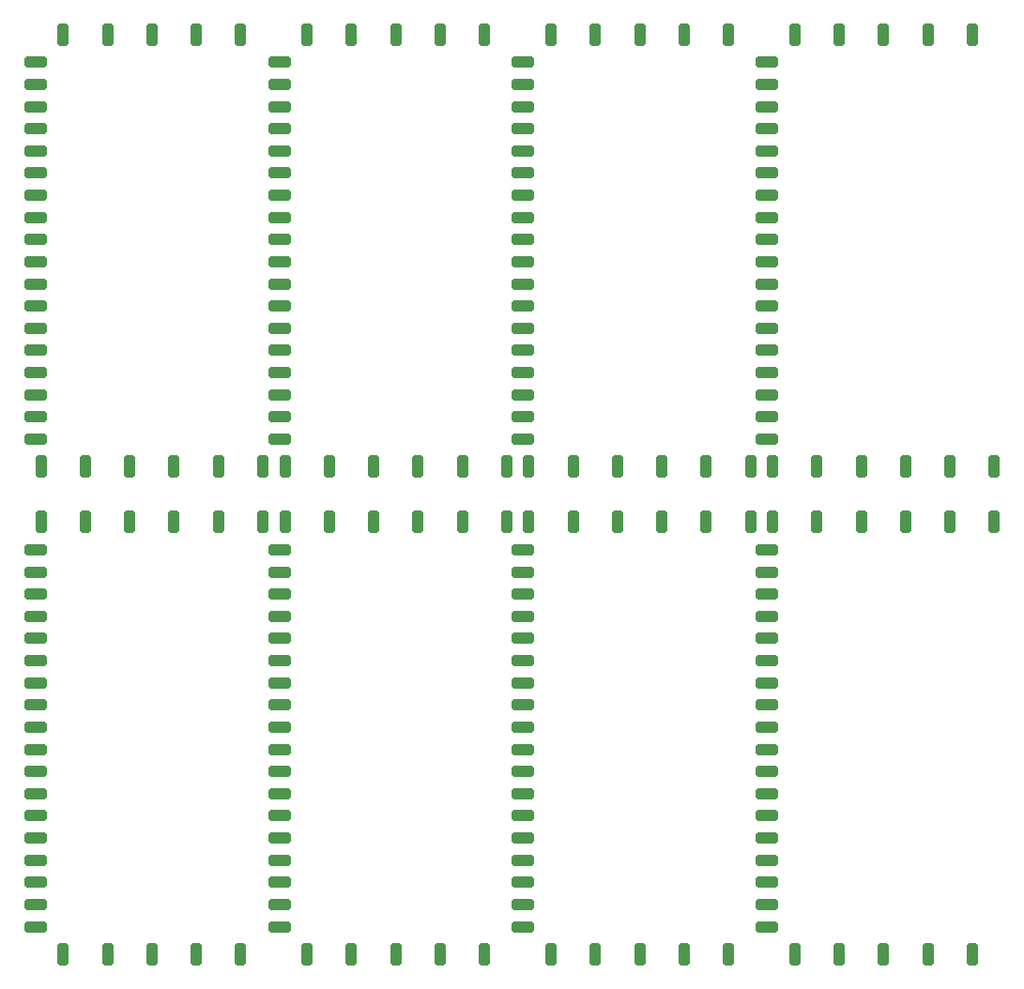
<source format=gbs>
G04 #@! TF.GenerationSoftware,KiCad,Pcbnew,(6.0.2-0)*
G04 #@! TF.CreationDate,2022-05-19T22:51:58+02:00*
G04 #@! TF.ProjectId,nixie,6e697869-652e-46b6-9963-61645f706362,rev?*
G04 #@! TF.SameCoordinates,Original*
G04 #@! TF.FileFunction,Soldermask,Bot*
G04 #@! TF.FilePolarity,Negative*
%FSLAX46Y46*%
G04 Gerber Fmt 4.6, Leading zero omitted, Abs format (unit mm)*
G04 Created by KiCad (PCBNEW (6.0.2-0)) date 2022-05-19 22:51:58*
%MOMM*%
%LPD*%
G01*
G04 APERTURE LIST*
G04 Aperture macros list*
%AMRoundRect*
0 Rectangle with rounded corners*
0 $1 Rounding radius*
0 $2 $3 $4 $5 $6 $7 $8 $9 X,Y pos of 4 corners*
0 Add a 4 corners polygon primitive as box body*
4,1,4,$2,$3,$4,$5,$6,$7,$8,$9,$2,$3,0*
0 Add four circle primitives for the rounded corners*
1,1,$1+$1,$2,$3*
1,1,$1+$1,$4,$5*
1,1,$1+$1,$6,$7*
1,1,$1+$1,$8,$9*
0 Add four rect primitives between the rounded corners*
20,1,$1+$1,$2,$3,$4,$5,0*
20,1,$1+$1,$4,$5,$6,$7,0*
20,1,$1+$1,$6,$7,$8,$9,0*
20,1,$1+$1,$8,$9,$2,$3,0*%
G04 Aperture macros list end*
%ADD10RoundRect,0.250000X-0.250000X0.750000X-0.250000X-0.750000X0.250000X-0.750000X0.250000X0.750000X0*%
%ADD11RoundRect,0.250000X0.750000X0.250000X-0.750000X0.250000X-0.750000X-0.250000X0.750000X-0.250000X0*%
%ADD12RoundRect,0.250000X0.250000X-0.750000X0.250000X0.750000X-0.250000X0.750000X-0.250000X-0.750000X0*%
G04 APERTURE END LIST*
D10*
G04 #@! TO.C,CP4*
X138500000Y-114500000D03*
G04 #@! TD*
G04 #@! TO.C,CP34*
X128500000Y-75500000D03*
G04 #@! TD*
G04 #@! TO.C,CP38*
X104500000Y-114500000D03*
G04 #@! TD*
D11*
G04 #@! TO.C,CP72*
X140000000Y-112000000D03*
G04 #@! TD*
G04 #@! TO.C,CP111*
X118000000Y-136000000D03*
G04 #@! TD*
D10*
G04 #@! TO.C,CP63*
X118500000Y-119500000D03*
G04 #@! TD*
D11*
G04 #@! TO.C,CP110*
X96000000Y-98000000D03*
G04 #@! TD*
D10*
G04 #@! TO.C,CP24*
X154500000Y-75500000D03*
G04 #@! TD*
G04 #@! TO.C,CP58*
X120500000Y-75500000D03*
G04 #@! TD*
G04 #@! TO.C,CP31*
X106500000Y-158500000D03*
G04 #@! TD*
D11*
G04 #@! TO.C,CP102*
X140000000Y-102000000D03*
G04 #@! TD*
G04 #@! TO.C,CP130*
X118000000Y-92000000D03*
G04 #@! TD*
G04 #@! TO.C,CP220*
X162000000Y-90000000D03*
G04 #@! TD*
G04 #@! TO.C,CP232*
X162000000Y-78000000D03*
G04 #@! TD*
G04 #@! TO.C,CP100*
X118000000Y-102000000D03*
G04 #@! TD*
G04 #@! TO.C,CP114*
X140000000Y-98000000D03*
G04 #@! TD*
D10*
G04 #@! TO.C,CP10*
X136500000Y-75500000D03*
G04 #@! TD*
D11*
G04 #@! TO.C,CP167*
X140000000Y-154000000D03*
G04 #@! TD*
G04 #@! TO.C,CP122*
X96000000Y-94000000D03*
G04 #@! TD*
G04 #@! TO.C,CP104*
X96000000Y-100000000D03*
G04 #@! TD*
G04 #@! TO.C,CP174*
X140000000Y-78000000D03*
G04 #@! TD*
D10*
G04 #@! TO.C,CP56*
X98500000Y-75500000D03*
G04 #@! TD*
G04 #@! TO.C,CP11*
X158500000Y-158500000D03*
G04 #@! TD*
G04 #@! TO.C,CP60*
X142500000Y-75500000D03*
G04 #@! TD*
D11*
G04 #@! TO.C,CP214*
X162000000Y-96000000D03*
G04 #@! TD*
G04 #@! TO.C,CP159*
X118000000Y-152000000D03*
G04 #@! TD*
G04 #@! TO.C,CP85*
X96000000Y-128000000D03*
G04 #@! TD*
G04 #@! TO.C,CP105*
X118000000Y-134000000D03*
G04 #@! TD*
G04 #@! TO.C,CP116*
X96000000Y-96000000D03*
G04 #@! TD*
D10*
G04 #@! TO.C,CP186*
X172500000Y-75500000D03*
G04 #@! TD*
G04 #@! TO.C,CP46*
X124500000Y-75500000D03*
G04 #@! TD*
D11*
G04 #@! TO.C,CP203*
X162000000Y-128000000D03*
G04 #@! TD*
G04 #@! TO.C,CP141*
X118000000Y-146000000D03*
G04 #@! TD*
G04 #@! TO.C,CP97*
X96000000Y-132000000D03*
G04 #@! TD*
G04 #@! TO.C,CP204*
X162000000Y-106000000D03*
G04 #@! TD*
G04 #@! TO.C,CP155*
X140000000Y-150000000D03*
G04 #@! TD*
G04 #@! TO.C,CP79*
X96000000Y-126000000D03*
G04 #@! TD*
G04 #@! TO.C,CP124*
X118000000Y-94000000D03*
G04 #@! TD*
D10*
G04 #@! TO.C,CP66*
X140500000Y-114500000D03*
G04 #@! TD*
D12*
G04 #@! TO.C,CP2*
X116500000Y-114500000D03*
G04 #@! TD*
D11*
G04 #@! TO.C,CP229*
X162000000Y-154000000D03*
G04 #@! TD*
G04 #@! TO.C,CP77*
X140000000Y-124000000D03*
G04 #@! TD*
D10*
G04 #@! TO.C,CP59*
X142500000Y-158500000D03*
G04 #@! TD*
G04 #@! TO.C,CP33*
X128500000Y-158500000D03*
G04 #@! TD*
G04 #@! TO.C,CP51*
X122500000Y-119500000D03*
G04 #@! TD*
D11*
G04 #@! TO.C,CP149*
X140000000Y-148000000D03*
G04 #@! TD*
G04 #@! TO.C,CP216*
X162000000Y-94000000D03*
G04 #@! TD*
D10*
G04 #@! TO.C,CP5*
X160500000Y-119500000D03*
G04 #@! TD*
G04 #@! TO.C,CP18*
X156500000Y-114500000D03*
G04 #@! TD*
G04 #@! TO.C,CP62*
X96500000Y-114500000D03*
G04 #@! TD*
G04 #@! TO.C,CP64*
X118500000Y-114500000D03*
G04 #@! TD*
D11*
G04 #@! TO.C,CP215*
X162000000Y-140000000D03*
G04 #@! TD*
G04 #@! TO.C,CP205*
X162000000Y-130000000D03*
G04 #@! TD*
D10*
G04 #@! TO.C,CP15*
X134500000Y-119500000D03*
G04 #@! TD*
D11*
G04 #@! TO.C,CP198*
X162000000Y-112000000D03*
G04 #@! TD*
D10*
G04 #@! TO.C,CP178*
X180500000Y-75500000D03*
G04 #@! TD*
D11*
G04 #@! TO.C,CP144*
X140000000Y-88000000D03*
G04 #@! TD*
G04 #@! TO.C,CP109*
X96000000Y-136000000D03*
G04 #@! TD*
D10*
G04 #@! TO.C,CP183*
X174500000Y-119500000D03*
G04 #@! TD*
D11*
G04 #@! TO.C,CP173*
X140000000Y-156000000D03*
G04 #@! TD*
D10*
G04 #@! TO.C,CP19*
X110500000Y-158500000D03*
G04 #@! TD*
D11*
G04 #@! TO.C,CP231*
X162000000Y-156000000D03*
G04 #@! TD*
D10*
G04 #@! TO.C,CP47*
X146500000Y-158500000D03*
G04 #@! TD*
G04 #@! TO.C,CP176*
X182500000Y-114500000D03*
G04 #@! TD*
D11*
G04 #@! TO.C,CP127*
X96000000Y-142000000D03*
G04 #@! TD*
G04 #@! TO.C,CP218*
X162000000Y-92000000D03*
G04 #@! TD*
G04 #@! TO.C,CP226*
X162000000Y-84000000D03*
G04 #@! TD*
G04 #@! TO.C,CP115*
X96000000Y-138000000D03*
G04 #@! TD*
D10*
G04 #@! TO.C,CP16*
X134500000Y-114500000D03*
G04 #@! TD*
G04 #@! TO.C,CP13*
X112500000Y-119500000D03*
G04 #@! TD*
D11*
G04 #@! TO.C,CP210*
X162000000Y-100000000D03*
G04 #@! TD*
D10*
G04 #@! TO.C,CP188*
X170500000Y-114500000D03*
G04 #@! TD*
D11*
G04 #@! TO.C,CP86*
X96000000Y-106000000D03*
G04 #@! TD*
D10*
G04 #@! TO.C,CP28*
X130500000Y-114500000D03*
G04 #@! TD*
D11*
G04 #@! TO.C,CP139*
X96000000Y-146000000D03*
G04 #@! TD*
G04 #@! TO.C,CP201*
X162000000Y-126000000D03*
G04 #@! TD*
G04 #@! TO.C,CP118*
X118000000Y-96000000D03*
G04 #@! TD*
D10*
G04 #@! TO.C,CP7*
X114500000Y-158500000D03*
G04 #@! TD*
D11*
G04 #@! TO.C,CP74*
X96000000Y-110000000D03*
G04 #@! TD*
G04 #@! TO.C,CP69*
X118000000Y-122000000D03*
G04 #@! TD*
G04 #@! TO.C,CP75*
X118000000Y-124000000D03*
G04 #@! TD*
G04 #@! TO.C,CP96*
X140000000Y-104000000D03*
G04 #@! TD*
D10*
G04 #@! TO.C,CP194*
X164500000Y-75500000D03*
G04 #@! TD*
D11*
G04 #@! TO.C,CP117*
X118000000Y-138000000D03*
G04 #@! TD*
G04 #@! TO.C,CP138*
X140000000Y-90000000D03*
G04 #@! TD*
G04 #@! TO.C,CP223*
X162000000Y-148000000D03*
G04 #@! TD*
G04 #@! TO.C,CP145*
X96000000Y-148000000D03*
G04 #@! TD*
G04 #@! TO.C,CP199*
X162000000Y-124000000D03*
G04 #@! TD*
G04 #@! TO.C,CP172*
X118000000Y-78000000D03*
G04 #@! TD*
G04 #@! TO.C,CP125*
X140000000Y-140000000D03*
G04 #@! TD*
G04 #@! TO.C,CP67*
X96000000Y-122000000D03*
G04 #@! TD*
G04 #@! TO.C,CP121*
X96000000Y-140000000D03*
G04 #@! TD*
G04 #@! TO.C,CP153*
X118000000Y-150000000D03*
G04 #@! TD*
D10*
G04 #@! TO.C,CP189*
X168500000Y-158500000D03*
G04 #@! TD*
G04 #@! TO.C,CP40*
X126500000Y-114500000D03*
G04 #@! TD*
G04 #@! TO.C,CP55*
X98500000Y-158500000D03*
G04 #@! TD*
D11*
G04 #@! TO.C,CP140*
X96000000Y-88000000D03*
G04 #@! TD*
G04 #@! TO.C,CP160*
X118000000Y-82000000D03*
G04 #@! TD*
G04 #@! TO.C,CP151*
X96000000Y-150000000D03*
G04 #@! TD*
G04 #@! TO.C,CP211*
X162000000Y-136000000D03*
G04 #@! TD*
D10*
G04 #@! TO.C,CP30*
X152500000Y-114500000D03*
G04 #@! TD*
D11*
G04 #@! TO.C,CP146*
X96000000Y-86000000D03*
G04 #@! TD*
G04 #@! TO.C,CP94*
X118000000Y-104000000D03*
G04 #@! TD*
D10*
G04 #@! TO.C,CP177*
X180500000Y-158500000D03*
G04 #@! TD*
D11*
G04 #@! TO.C,CP161*
X140000000Y-152000000D03*
G04 #@! TD*
G04 #@! TO.C,CP76*
X118000000Y-110000000D03*
G04 #@! TD*
G04 #@! TO.C,CP81*
X118000000Y-126000000D03*
G04 #@! TD*
G04 #@! TO.C,CP169*
X96000000Y-156000000D03*
G04 #@! TD*
G04 #@! TO.C,CP95*
X140000000Y-130000000D03*
G04 #@! TD*
G04 #@! TO.C,CP133*
X96000000Y-144000000D03*
G04 #@! TD*
G04 #@! TO.C,CP135*
X118000000Y-144000000D03*
G04 #@! TD*
G04 #@! TO.C,CP92*
X96000000Y-104000000D03*
G04 #@! TD*
D10*
G04 #@! TO.C,CP45*
X124500000Y-158500000D03*
G04 #@! TD*
D11*
G04 #@! TO.C,CP119*
X140000000Y-138000000D03*
G04 #@! TD*
G04 #@! TO.C,CP166*
X118000000Y-80000000D03*
G04 #@! TD*
G04 #@! TO.C,CP120*
X140000000Y-96000000D03*
G04 #@! TD*
G04 #@! TO.C,CP142*
X118000000Y-88000000D03*
G04 #@! TD*
G04 #@! TO.C,CP71*
X140000000Y-122000000D03*
G04 #@! TD*
G04 #@! TO.C,CP112*
X118000000Y-98000000D03*
G04 #@! TD*
D10*
G04 #@! TO.C,CP48*
X146500000Y-75500000D03*
G04 #@! TD*
D11*
G04 #@! TO.C,CP143*
X140000000Y-146000000D03*
G04 #@! TD*
D10*
G04 #@! TO.C,CP49*
X100500000Y-119500000D03*
G04 #@! TD*
D11*
G04 #@! TO.C,CP137*
X140000000Y-144000000D03*
G04 #@! TD*
G04 #@! TO.C,CP158*
X96000000Y-82000000D03*
G04 #@! TD*
D10*
G04 #@! TO.C,CP6*
X160500000Y-114500000D03*
G04 #@! TD*
D11*
G04 #@! TO.C,CP156*
X140000000Y-84000000D03*
G04 #@! TD*
G04 #@! TO.C,CP88*
X118000000Y-106000000D03*
G04 #@! TD*
G04 #@! TO.C,CP164*
X96000000Y-80000000D03*
G04 #@! TD*
G04 #@! TO.C,CP131*
X140000000Y-142000000D03*
G04 #@! TD*
G04 #@! TO.C,CP157*
X96000000Y-152000000D03*
G04 #@! TD*
D10*
G04 #@! TO.C,CP43*
X102500000Y-158500000D03*
G04 #@! TD*
G04 #@! TO.C,CP12*
X158500000Y-75500000D03*
G04 #@! TD*
D11*
G04 #@! TO.C,CP83*
X140000000Y-126000000D03*
G04 #@! TD*
G04 #@! TO.C,CP148*
X118000000Y-86000000D03*
G04 #@! TD*
G04 #@! TO.C,CP91*
X96000000Y-130000000D03*
G04 #@! TD*
D10*
G04 #@! TO.C,CP36*
X150500000Y-75500000D03*
G04 #@! TD*
G04 #@! TO.C,CP175*
X182500000Y-119500000D03*
G04 #@! TD*
D11*
G04 #@! TO.C,CP90*
X140000000Y-106000000D03*
G04 #@! TD*
G04 #@! TO.C,CP89*
X140000000Y-128000000D03*
G04 #@! TD*
G04 #@! TO.C,CP136*
X118000000Y-90000000D03*
G04 #@! TD*
D10*
G04 #@! TO.C,CP50*
X100500000Y-114500000D03*
G04 #@! TD*
G04 #@! TO.C,CP192*
X166500000Y-114500000D03*
G04 #@! TD*
D11*
G04 #@! TO.C,CP128*
X96000000Y-92000000D03*
G04 #@! TD*
G04 #@! TO.C,CP163*
X96000000Y-154000000D03*
G04 #@! TD*
D10*
G04 #@! TO.C,CP179*
X178500000Y-119500000D03*
G04 #@! TD*
D11*
G04 #@! TO.C,CP132*
X140000000Y-92000000D03*
G04 #@! TD*
D10*
G04 #@! TO.C,CP21*
X132500000Y-158500000D03*
G04 #@! TD*
D11*
G04 #@! TO.C,CP219*
X162000000Y-144000000D03*
G04 #@! TD*
D10*
G04 #@! TO.C,CP57*
X120500000Y-158500000D03*
G04 #@! TD*
G04 #@! TO.C,CP180*
X178500000Y-114500000D03*
G04 #@! TD*
D11*
G04 #@! TO.C,CP129*
X118000000Y-142000000D03*
G04 #@! TD*
G04 #@! TO.C,CP150*
X140000000Y-86000000D03*
G04 #@! TD*
D10*
G04 #@! TO.C,CP42*
X148500000Y-114500000D03*
G04 #@! TD*
D11*
G04 #@! TO.C,CP107*
X140000000Y-134000000D03*
G04 #@! TD*
D10*
G04 #@! TO.C,CP196*
X162500000Y-114500000D03*
G04 #@! TD*
G04 #@! TO.C,CP29*
X152500000Y-119500000D03*
G04 #@! TD*
D11*
G04 #@! TO.C,CP103*
X96000000Y-134000000D03*
G04 #@! TD*
G04 #@! TO.C,CP99*
X118000000Y-132000000D03*
G04 #@! TD*
G04 #@! TO.C,CP154*
X118000000Y-84000000D03*
G04 #@! TD*
G04 #@! TO.C,CP106*
X118000000Y-100000000D03*
G04 #@! TD*
G04 #@! TO.C,CP208*
X162000000Y-102000000D03*
G04 #@! TD*
G04 #@! TO.C,CP217*
X162000000Y-142000000D03*
G04 #@! TD*
D10*
G04 #@! TO.C,CP184*
X174500000Y-114500000D03*
G04 #@! TD*
D11*
G04 #@! TO.C,CP170*
X96000000Y-78000000D03*
G04 #@! TD*
D10*
G04 #@! TO.C,CP22*
X132500000Y-75500000D03*
G04 #@! TD*
G04 #@! TO.C,CP8*
X114500000Y-75500000D03*
G04 #@! TD*
D11*
G04 #@! TO.C,CP227*
X162000000Y-152000000D03*
G04 #@! TD*
G04 #@! TO.C,CP200*
X162000000Y-110000000D03*
G04 #@! TD*
D10*
G04 #@! TO.C,CP193*
X164500000Y-158500000D03*
G04 #@! TD*
D11*
G04 #@! TO.C,CP101*
X140000000Y-132000000D03*
G04 #@! TD*
G04 #@! TO.C,CP209*
X162000000Y-134000000D03*
G04 #@! TD*
G04 #@! TO.C,CP87*
X118000000Y-128000000D03*
G04 #@! TD*
G04 #@! TO.C,CP228*
X162000000Y-82000000D03*
G04 #@! TD*
G04 #@! TO.C,CP70*
X118000000Y-112000000D03*
G04 #@! TD*
G04 #@! TO.C,CP225*
X162000000Y-150000000D03*
G04 #@! TD*
G04 #@! TO.C,CP93*
X118000000Y-130000000D03*
G04 #@! TD*
D10*
G04 #@! TO.C,CP52*
X122500000Y-114500000D03*
G04 #@! TD*
D11*
G04 #@! TO.C,CP171*
X118000000Y-156000000D03*
G04 #@! TD*
D10*
G04 #@! TO.C,CP182*
X176500000Y-75500000D03*
G04 #@! TD*
D11*
G04 #@! TO.C,CP98*
X96000000Y-102000000D03*
G04 #@! TD*
G04 #@! TO.C,CP126*
X140000000Y-94000000D03*
G04 #@! TD*
G04 #@! TO.C,CP213*
X162000000Y-138000000D03*
G04 #@! TD*
D10*
G04 #@! TO.C,CP27*
X130500000Y-119500000D03*
G04 #@! TD*
D11*
G04 #@! TO.C,CP224*
X162000000Y-86000000D03*
G04 #@! TD*
D10*
G04 #@! TO.C,CP53*
X144500000Y-119500000D03*
G04 #@! TD*
D11*
G04 #@! TO.C,CP152*
X96000000Y-84000000D03*
G04 #@! TD*
D10*
G04 #@! TO.C,CP37*
X104500000Y-119500000D03*
G04 #@! TD*
D11*
G04 #@! TO.C,CP165*
X118000000Y-154000000D03*
G04 #@! TD*
G04 #@! TO.C,CP207*
X162000000Y-132000000D03*
G04 #@! TD*
D10*
G04 #@! TO.C,CP195*
X162500000Y-119500000D03*
G04 #@! TD*
D11*
G04 #@! TO.C,CP162*
X140000000Y-82000000D03*
G04 #@! TD*
D10*
G04 #@! TO.C,CP54*
X144500000Y-114500000D03*
G04 #@! TD*
D11*
G04 #@! TO.C,CP147*
X118000000Y-148000000D03*
G04 #@! TD*
D10*
G04 #@! TO.C,CP44*
X102500000Y-75500000D03*
G04 #@! TD*
G04 #@! TO.C,CP25*
X108500000Y-119500000D03*
G04 #@! TD*
D11*
G04 #@! TO.C,CP206*
X162000000Y-104000000D03*
G04 #@! TD*
G04 #@! TO.C,CP212*
X162000000Y-98000000D03*
G04 #@! TD*
D10*
G04 #@! TO.C,CP32*
X106500000Y-75500000D03*
G04 #@! TD*
G04 #@! TO.C,CP1*
X116500000Y-119500000D03*
G04 #@! TD*
D11*
G04 #@! TO.C,CP230*
X162000000Y-80000000D03*
G04 #@! TD*
G04 #@! TO.C,CP73*
X96000000Y-124000000D03*
G04 #@! TD*
D10*
G04 #@! TO.C,CP26*
X108500000Y-114500000D03*
G04 #@! TD*
D11*
G04 #@! TO.C,CP222*
X162000000Y-88000000D03*
G04 #@! TD*
G04 #@! TO.C,CP221*
X162000000Y-146000000D03*
G04 #@! TD*
D10*
G04 #@! TO.C,CP61*
X96500000Y-119500000D03*
G04 #@! TD*
D11*
G04 #@! TO.C,CP197*
X162000000Y-122000000D03*
G04 #@! TD*
D10*
G04 #@! TO.C,CP41*
X148500000Y-119500000D03*
G04 #@! TD*
D11*
G04 #@! TO.C,CP123*
X118000000Y-140000000D03*
G04 #@! TD*
D10*
G04 #@! TO.C,CP14*
X112500000Y-114500000D03*
G04 #@! TD*
D11*
G04 #@! TO.C,CP68*
X96000000Y-112000000D03*
G04 #@! TD*
D10*
G04 #@! TO.C,CP3*
X138500000Y-119500000D03*
G04 #@! TD*
D11*
G04 #@! TO.C,CP108*
X140000000Y-100000000D03*
G04 #@! TD*
G04 #@! TO.C,CP78*
X140000000Y-110000000D03*
G04 #@! TD*
G04 #@! TO.C,CP84*
X140000000Y-108000000D03*
G04 #@! TD*
D10*
G04 #@! TO.C,CP191*
X166500000Y-119500000D03*
G04 #@! TD*
G04 #@! TO.C,CP23*
X154500000Y-158500000D03*
G04 #@! TD*
D11*
G04 #@! TO.C,CP113*
X140000000Y-136000000D03*
G04 #@! TD*
D10*
G04 #@! TO.C,CP185*
X172500000Y-158500000D03*
G04 #@! TD*
G04 #@! TO.C,CP190*
X168500000Y-75500000D03*
G04 #@! TD*
D11*
G04 #@! TO.C,CP82*
X118000000Y-108000000D03*
G04 #@! TD*
D10*
G04 #@! TO.C,CP187*
X170500000Y-119500000D03*
G04 #@! TD*
G04 #@! TO.C,CP20*
X110500000Y-75500000D03*
G04 #@! TD*
G04 #@! TO.C,CP65*
X140500000Y-119500000D03*
G04 #@! TD*
G04 #@! TO.C,CP181*
X176500000Y-158500000D03*
G04 #@! TD*
D11*
G04 #@! TO.C,CP168*
X140000000Y-80000000D03*
G04 #@! TD*
G04 #@! TO.C,CP134*
X96000000Y-90000000D03*
G04 #@! TD*
G04 #@! TO.C,CP80*
X96000000Y-108000000D03*
G04 #@! TD*
D10*
G04 #@! TO.C,CP39*
X126500000Y-119500000D03*
G04 #@! TD*
G04 #@! TO.C,CP9*
X136500000Y-158500000D03*
G04 #@! TD*
D11*
G04 #@! TO.C,CP202*
X162000000Y-108000000D03*
G04 #@! TD*
D10*
G04 #@! TO.C,CP35*
X150500000Y-158500000D03*
G04 #@! TD*
G04 #@! TO.C,CP17*
X156500000Y-119500000D03*
G04 #@! TD*
M02*

</source>
